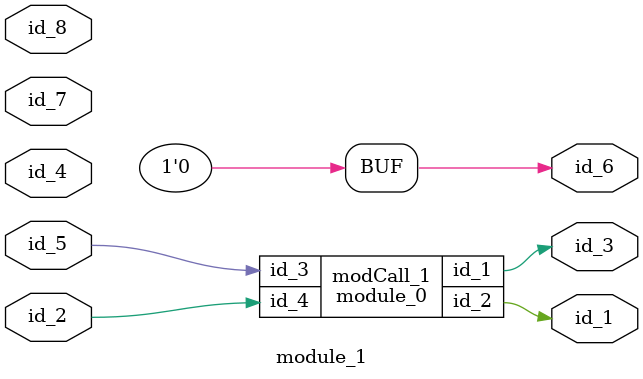
<source format=v>
module module_0 (
    id_1,
    id_2,
    id_3,
    id_4
);
  input wire id_4;
  input wire id_3;
  output wire id_2;
  output wire id_1;
  wire id_5;
  assign id_2 = id_3;
  wire id_6;
  wire id_7;
endmodule
module module_1 (
    id_1,
    id_2,
    id_3,
    id_4,
    id_5,
    id_6,
    id_7,
    id_8
);
  input wire id_8;
  input wire id_7;
  output wire id_6;
  inout wire id_5;
  input wire id_4;
  output wire id_3;
  inout wire id_2;
  output wire id_1;
  always id_6 <= id_4;
  module_0 modCall_1 (
      id_3,
      id_1,
      id_5,
      id_2
  );
  assign id_6 = 1'b0;
endmodule

</source>
